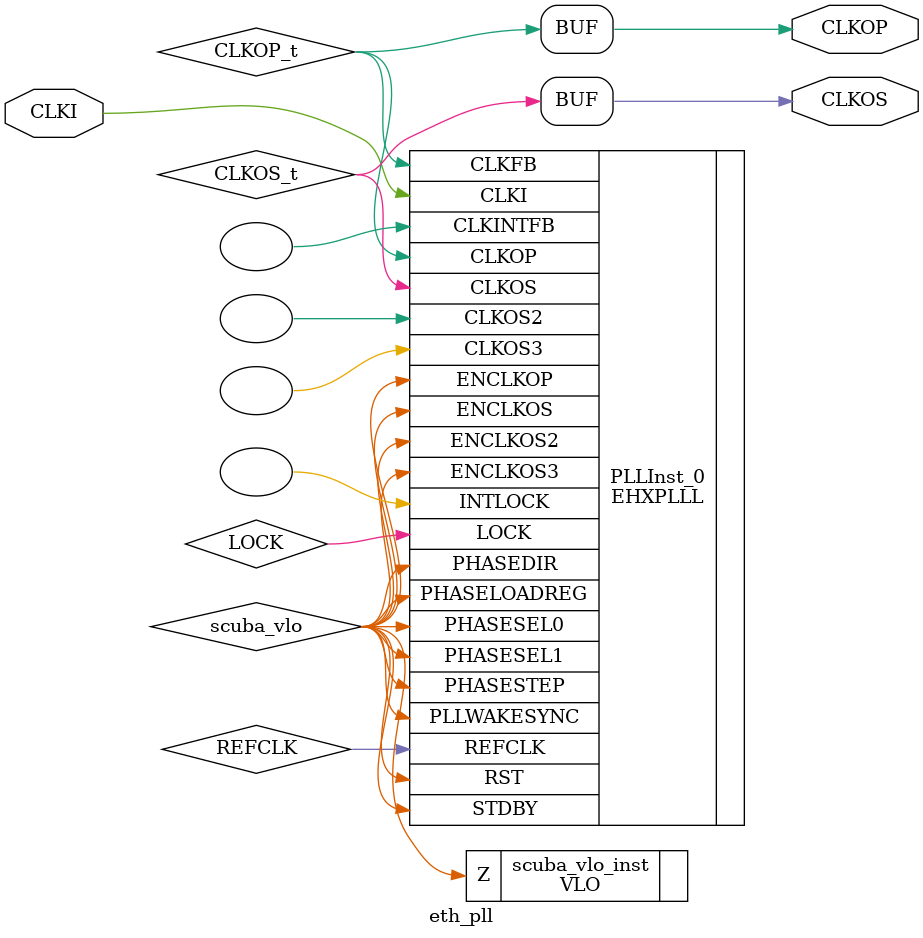
<source format=v>
/* Verilog netlist generated by SCUBA Diamond (64-bit) 3.13.0.56.2 */
/* Module Version: 5.7 */
/* D:\TOOL\LatticeDiamond\diamond\3.13\ispfpga\bin\nt64\scuba.exe -w -n eth_pll -lang verilog -synth synplify -bus_exp 7 -bb -arch sa5p00 -type pll -fin 50.00 -fclkop 50.00 -fclkop_tol 0.0 -fclkos 50.00 -fclkos_tol 0.0 -phases 90 -phase_cntl STATIC -fb_mode 1 -fdc D:/FreeWork/df1_demo/phy_develop/src/ip/df1_lidar_ip/eth_pll/eth_pll.fdc  */
/* Thu Oct 17 20:20:37 2024 */


`timescale 1 ns / 1 ps
module eth_pll (CLKI, CLKOP, CLKOS)/* synthesis NGD_DRC_MASK=1 */;
    input wire CLKI;
    output wire CLKOP;
    output wire CLKOS;

    wire REFCLK;
    wire LOCK;
    wire CLKOS_t;
    wire CLKOP_t;
    wire scuba_vhi;
    wire scuba_vlo;

    VHI scuba_vhi_inst (.Z(scuba_vhi));

    VLO scuba_vlo_inst (.Z(scuba_vlo));

    defparam PLLInst_0.PLLRST_ENA = "DISABLED" ;
    defparam PLLInst_0.INTFB_WAKE = "DISABLED" ;
    defparam PLLInst_0.STDBY_ENABLE = "DISABLED" ;
    defparam PLLInst_0.DPHASE_SOURCE = "DISABLED" ;
    defparam PLLInst_0.CLKOS3_FPHASE = 0 ;
    defparam PLLInst_0.CLKOS3_CPHASE = 0 ;
    defparam PLLInst_0.CLKOS2_FPHASE = 0 ;
    defparam PLLInst_0.CLKOS2_CPHASE = 0 ;
    defparam PLLInst_0.CLKOS_FPHASE = 0 ;
    defparam PLLInst_0.CLKOS_CPHASE = 14 ;
    defparam PLLInst_0.CLKOP_FPHASE = 0 ;
    defparam PLLInst_0.CLKOP_CPHASE = 11 ;
    defparam PLLInst_0.PLL_LOCK_MODE = 0 ;
    defparam PLLInst_0.CLKOS_TRIM_DELAY = 0 ;
    defparam PLLInst_0.CLKOS_TRIM_POL = "FALLING" ;
    defparam PLLInst_0.CLKOP_TRIM_DELAY = 0 ;
    defparam PLLInst_0.CLKOP_TRIM_POL = "FALLING" ;
    defparam PLLInst_0.OUTDIVIDER_MUXD = "DIVD" ;
    defparam PLLInst_0.CLKOS3_ENABLE = "DISABLED" ;
    defparam PLLInst_0.OUTDIVIDER_MUXC = "DIVC" ;
    defparam PLLInst_0.CLKOS2_ENABLE = "DISABLED" ;
    defparam PLLInst_0.OUTDIVIDER_MUXB = "DIVB" ;
    defparam PLLInst_0.CLKOS_ENABLE = "ENABLED" ;
    defparam PLLInst_0.OUTDIVIDER_MUXA = "DIVA" ;
    defparam PLLInst_0.CLKOP_ENABLE = "ENABLED" ;
    defparam PLLInst_0.CLKOS3_DIV = 1 ;
    defparam PLLInst_0.CLKOS2_DIV = 1 ;
    defparam PLLInst_0.CLKOS_DIV = 12 ;
    defparam PLLInst_0.CLKOP_DIV = 12 ;
    defparam PLLInst_0.CLKFB_DIV = 1 ;
    defparam PLLInst_0.CLKI_DIV = 1 ;
    defparam PLLInst_0.FEEDBK_PATH = "CLKOP" ;
    EHXPLLL PLLInst_0 (.CLKI(CLKI), .CLKFB(CLKOP_t), .PHASESEL1(scuba_vlo), 
        .PHASESEL0(scuba_vlo), .PHASEDIR(scuba_vlo), .PHASESTEP(scuba_vlo), 
        .PHASELOADREG(scuba_vlo), .STDBY(scuba_vlo), .PLLWAKESYNC(scuba_vlo), 
        .RST(scuba_vlo), .ENCLKOP(scuba_vlo), .ENCLKOS(scuba_vlo), .ENCLKOS2(scuba_vlo), 
        .ENCLKOS3(scuba_vlo), .CLKOP(CLKOP_t), .CLKOS(CLKOS_t), .CLKOS2(), 
        .CLKOS3(), .LOCK(LOCK), .INTLOCK(), .REFCLK(REFCLK), .CLKINTFB())
             /* synthesis FREQUENCY_PIN_CLKOS="50.000000" */
             /* synthesis FREQUENCY_PIN_CLKOP="50.000000" */
             /* synthesis FREQUENCY_PIN_CLKI="50.000000" */
             /* synthesis ICP_CURRENT="12" */
             /* synthesis LPF_RESISTOR="8" */;

    assign CLKOS = CLKOS_t;
    assign CLKOP = CLKOP_t;


    // exemplar begin
    // exemplar attribute PLLInst_0 FREQUENCY_PIN_CLKOS 50.000000
    // exemplar attribute PLLInst_0 FREQUENCY_PIN_CLKOP 50.000000
    // exemplar attribute PLLInst_0 FREQUENCY_PIN_CLKI 50.000000
    // exemplar attribute PLLInst_0 ICP_CURRENT 12
    // exemplar attribute PLLInst_0 LPF_RESISTOR 8
    // exemplar end

endmodule

</source>
